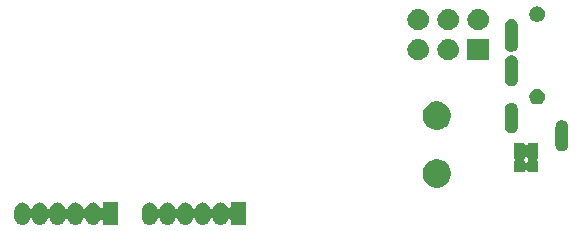
<source format=gbr>
G04 #@! TF.GenerationSoftware,KiCad,Pcbnew,(5.0.2)-1*
G04 #@! TF.CreationDate,2020-06-20T19:19:36+09:00*
G04 #@! TF.ProjectId,controller,636f6e74-726f-46c6-9c65-722e6b696361,rev?*
G04 #@! TF.SameCoordinates,Original*
G04 #@! TF.FileFunction,Soldermask,Top*
G04 #@! TF.FilePolarity,Negative*
%FSLAX46Y46*%
G04 Gerber Fmt 4.6, Leading zero omitted, Abs format (unit mm)*
G04 Created by KiCad (PCBNEW (5.0.2)-1) date 2020/06/20 19:19:36*
%MOMM*%
%LPD*%
G01*
G04 APERTURE LIST*
%ADD10C,0.100000*%
G04 APERTURE END LIST*
D10*
G36*
X58627618Y-67458420D02*
X58709427Y-67483237D01*
X58750333Y-67495645D01*
X58850491Y-67549181D01*
X58863426Y-67556095D01*
X58962553Y-67637447D01*
X59043905Y-67736574D01*
X59043906Y-67736576D01*
X59104355Y-67849667D01*
X59104382Y-67849757D01*
X59113760Y-67872396D01*
X59127374Y-67892771D01*
X59144701Y-67910098D01*
X59165075Y-67923712D01*
X59187714Y-67933089D01*
X59211748Y-67937870D01*
X59236252Y-67937870D01*
X59260285Y-67933090D01*
X59282924Y-67923712D01*
X59303299Y-67910098D01*
X59320626Y-67892771D01*
X59334240Y-67872397D01*
X59343617Y-67849758D01*
X59348398Y-67825724D01*
X59349000Y-67813472D01*
X59349000Y-67449000D01*
X60651000Y-67449000D01*
X60651000Y-69351000D01*
X59349000Y-69351000D01*
X59349000Y-68986528D01*
X59346598Y-68962142D01*
X59339485Y-68938693D01*
X59327934Y-68917082D01*
X59312388Y-68898140D01*
X59293446Y-68882594D01*
X59271835Y-68871043D01*
X59248386Y-68863930D01*
X59224000Y-68861528D01*
X59199614Y-68863930D01*
X59176165Y-68871043D01*
X59154554Y-68882594D01*
X59135612Y-68898140D01*
X59120066Y-68917082D01*
X59108515Y-68938693D01*
X59104382Y-68950243D01*
X59104355Y-68950333D01*
X59085008Y-68986528D01*
X59043905Y-69063426D01*
X58962553Y-69162553D01*
X58863425Y-69243905D01*
X58810782Y-69272043D01*
X58750332Y-69304355D01*
X58709426Y-69316763D01*
X58627617Y-69341580D01*
X58500000Y-69354149D01*
X58372382Y-69341580D01*
X58290573Y-69316763D01*
X58249667Y-69304355D01*
X58136576Y-69243906D01*
X58136574Y-69243905D01*
X58037447Y-69162553D01*
X57956095Y-69063425D01*
X57927957Y-69010782D01*
X57895645Y-68950332D01*
X57869618Y-68864531D01*
X57860240Y-68841892D01*
X57846626Y-68821517D01*
X57829299Y-68804190D01*
X57808925Y-68790576D01*
X57786286Y-68781199D01*
X57762252Y-68776418D01*
X57737748Y-68776418D01*
X57713715Y-68781198D01*
X57691076Y-68790576D01*
X57670701Y-68804190D01*
X57653374Y-68821517D01*
X57639760Y-68841891D01*
X57630384Y-68864526D01*
X57628407Y-68871043D01*
X57604355Y-68950333D01*
X57585008Y-68986528D01*
X57543905Y-69063426D01*
X57462553Y-69162553D01*
X57363425Y-69243905D01*
X57310782Y-69272043D01*
X57250332Y-69304355D01*
X57209426Y-69316763D01*
X57127617Y-69341580D01*
X57000000Y-69354149D01*
X56872382Y-69341580D01*
X56790573Y-69316763D01*
X56749667Y-69304355D01*
X56636576Y-69243906D01*
X56636574Y-69243905D01*
X56537447Y-69162553D01*
X56456095Y-69063425D01*
X56427957Y-69010782D01*
X56395645Y-68950332D01*
X56369618Y-68864531D01*
X56360240Y-68841892D01*
X56346626Y-68821517D01*
X56329299Y-68804190D01*
X56308925Y-68790576D01*
X56286286Y-68781199D01*
X56262252Y-68776418D01*
X56237748Y-68776418D01*
X56213715Y-68781198D01*
X56191076Y-68790576D01*
X56170701Y-68804190D01*
X56153374Y-68821517D01*
X56139760Y-68841891D01*
X56130384Y-68864526D01*
X56128407Y-68871043D01*
X56104355Y-68950333D01*
X56085008Y-68986528D01*
X56043905Y-69063426D01*
X55962553Y-69162553D01*
X55863425Y-69243905D01*
X55810782Y-69272043D01*
X55750332Y-69304355D01*
X55709426Y-69316763D01*
X55627617Y-69341580D01*
X55500000Y-69354149D01*
X55372382Y-69341580D01*
X55290573Y-69316763D01*
X55249667Y-69304355D01*
X55136576Y-69243906D01*
X55136574Y-69243905D01*
X55037447Y-69162553D01*
X54956095Y-69063425D01*
X54927957Y-69010782D01*
X54895645Y-68950332D01*
X54869618Y-68864531D01*
X54860240Y-68841892D01*
X54846626Y-68821517D01*
X54829299Y-68804190D01*
X54808925Y-68790576D01*
X54786286Y-68781199D01*
X54762252Y-68776418D01*
X54737748Y-68776418D01*
X54713715Y-68781198D01*
X54691076Y-68790576D01*
X54670701Y-68804190D01*
X54653374Y-68821517D01*
X54639760Y-68841891D01*
X54630384Y-68864526D01*
X54628407Y-68871043D01*
X54604355Y-68950333D01*
X54585008Y-68986528D01*
X54543905Y-69063426D01*
X54462553Y-69162553D01*
X54363425Y-69243905D01*
X54310782Y-69272043D01*
X54250332Y-69304355D01*
X54209426Y-69316763D01*
X54127617Y-69341580D01*
X54000000Y-69354149D01*
X53872382Y-69341580D01*
X53790573Y-69316763D01*
X53749667Y-69304355D01*
X53636576Y-69243906D01*
X53636574Y-69243905D01*
X53537447Y-69162553D01*
X53456095Y-69063425D01*
X53427957Y-69010782D01*
X53395645Y-68950332D01*
X53369618Y-68864531D01*
X53360240Y-68841892D01*
X53346626Y-68821517D01*
X53329299Y-68804190D01*
X53308925Y-68790576D01*
X53286286Y-68781199D01*
X53262252Y-68776418D01*
X53237748Y-68776418D01*
X53213715Y-68781198D01*
X53191076Y-68790576D01*
X53170701Y-68804190D01*
X53153374Y-68821517D01*
X53139760Y-68841891D01*
X53130384Y-68864526D01*
X53128407Y-68871043D01*
X53104355Y-68950333D01*
X53085008Y-68986528D01*
X53043905Y-69063426D01*
X52962553Y-69162553D01*
X52863425Y-69243905D01*
X52810782Y-69272043D01*
X52750332Y-69304355D01*
X52709426Y-69316763D01*
X52627617Y-69341580D01*
X52500000Y-69354149D01*
X52372382Y-69341580D01*
X52290573Y-69316763D01*
X52249667Y-69304355D01*
X52136576Y-69243906D01*
X52136574Y-69243905D01*
X52037447Y-69162553D01*
X51956095Y-69063425D01*
X51927957Y-69010782D01*
X51895645Y-68950332D01*
X51869618Y-68864531D01*
X51858420Y-68827617D01*
X51849000Y-68731972D01*
X51849000Y-68068027D01*
X51858420Y-67972382D01*
X51888750Y-67872397D01*
X51895645Y-67849667D01*
X51956095Y-67736576D01*
X51956096Y-67736574D01*
X52037448Y-67637447D01*
X52136575Y-67556095D01*
X52149510Y-67549181D01*
X52249668Y-67495645D01*
X52290574Y-67483237D01*
X52372383Y-67458420D01*
X52500000Y-67445851D01*
X52627618Y-67458420D01*
X52709427Y-67483237D01*
X52750333Y-67495645D01*
X52850491Y-67549181D01*
X52863426Y-67556095D01*
X52962553Y-67637447D01*
X53043905Y-67736574D01*
X53043906Y-67736576D01*
X53104355Y-67849667D01*
X53111250Y-67872397D01*
X53130384Y-67935474D01*
X53139760Y-67958108D01*
X53153373Y-67978483D01*
X53170700Y-67995810D01*
X53191075Y-68009424D01*
X53213714Y-68018801D01*
X53237747Y-68023582D01*
X53262252Y-68023582D01*
X53286285Y-68018802D01*
X53308924Y-68009424D01*
X53329299Y-67995811D01*
X53346626Y-67978484D01*
X53360240Y-67958109D01*
X53369616Y-67935474D01*
X53388750Y-67872397D01*
X53395645Y-67849667D01*
X53456095Y-67736576D01*
X53456096Y-67736574D01*
X53537448Y-67637447D01*
X53636575Y-67556095D01*
X53649510Y-67549181D01*
X53749668Y-67495645D01*
X53790574Y-67483237D01*
X53872383Y-67458420D01*
X54000000Y-67445851D01*
X54127618Y-67458420D01*
X54209427Y-67483237D01*
X54250333Y-67495645D01*
X54350491Y-67549181D01*
X54363426Y-67556095D01*
X54462553Y-67637447D01*
X54543905Y-67736574D01*
X54543906Y-67736576D01*
X54604355Y-67849667D01*
X54611250Y-67872397D01*
X54630384Y-67935474D01*
X54639760Y-67958108D01*
X54653373Y-67978483D01*
X54670700Y-67995810D01*
X54691075Y-68009424D01*
X54713714Y-68018801D01*
X54737747Y-68023582D01*
X54762252Y-68023582D01*
X54786285Y-68018802D01*
X54808924Y-68009424D01*
X54829299Y-67995811D01*
X54846626Y-67978484D01*
X54860240Y-67958109D01*
X54869616Y-67935474D01*
X54888750Y-67872397D01*
X54895645Y-67849667D01*
X54956095Y-67736576D01*
X54956096Y-67736574D01*
X55037448Y-67637447D01*
X55136575Y-67556095D01*
X55149510Y-67549181D01*
X55249668Y-67495645D01*
X55290574Y-67483237D01*
X55372383Y-67458420D01*
X55500000Y-67445851D01*
X55627618Y-67458420D01*
X55709427Y-67483237D01*
X55750333Y-67495645D01*
X55850491Y-67549181D01*
X55863426Y-67556095D01*
X55962553Y-67637447D01*
X56043905Y-67736574D01*
X56043906Y-67736576D01*
X56104355Y-67849667D01*
X56111250Y-67872397D01*
X56130384Y-67935474D01*
X56139760Y-67958108D01*
X56153373Y-67978483D01*
X56170700Y-67995810D01*
X56191075Y-68009424D01*
X56213714Y-68018801D01*
X56237747Y-68023582D01*
X56262252Y-68023582D01*
X56286285Y-68018802D01*
X56308924Y-68009424D01*
X56329299Y-67995811D01*
X56346626Y-67978484D01*
X56360240Y-67958109D01*
X56369616Y-67935474D01*
X56388750Y-67872397D01*
X56395645Y-67849667D01*
X56456095Y-67736576D01*
X56456096Y-67736574D01*
X56537448Y-67637447D01*
X56636575Y-67556095D01*
X56649510Y-67549181D01*
X56749668Y-67495645D01*
X56790574Y-67483237D01*
X56872383Y-67458420D01*
X57000000Y-67445851D01*
X57127618Y-67458420D01*
X57209427Y-67483237D01*
X57250333Y-67495645D01*
X57350491Y-67549181D01*
X57363426Y-67556095D01*
X57462553Y-67637447D01*
X57543905Y-67736574D01*
X57543906Y-67736576D01*
X57604355Y-67849667D01*
X57611250Y-67872397D01*
X57630384Y-67935474D01*
X57639760Y-67958108D01*
X57653373Y-67978483D01*
X57670700Y-67995810D01*
X57691075Y-68009424D01*
X57713714Y-68018801D01*
X57737747Y-68023582D01*
X57762252Y-68023582D01*
X57786285Y-68018802D01*
X57808924Y-68009424D01*
X57829299Y-67995811D01*
X57846626Y-67978484D01*
X57860240Y-67958109D01*
X57869616Y-67935474D01*
X57888750Y-67872397D01*
X57895645Y-67849667D01*
X57956095Y-67736576D01*
X57956096Y-67736574D01*
X58037448Y-67637447D01*
X58136575Y-67556095D01*
X58149510Y-67549181D01*
X58249668Y-67495645D01*
X58290574Y-67483237D01*
X58372383Y-67458420D01*
X58500000Y-67445851D01*
X58627618Y-67458420D01*
X58627618Y-67458420D01*
G37*
G36*
X69427618Y-67458420D02*
X69509427Y-67483237D01*
X69550333Y-67495645D01*
X69650491Y-67549181D01*
X69663426Y-67556095D01*
X69762553Y-67637447D01*
X69843905Y-67736574D01*
X69843906Y-67736576D01*
X69904355Y-67849667D01*
X69904382Y-67849757D01*
X69913760Y-67872396D01*
X69927374Y-67892771D01*
X69944701Y-67910098D01*
X69965075Y-67923712D01*
X69987714Y-67933089D01*
X70011748Y-67937870D01*
X70036252Y-67937870D01*
X70060285Y-67933090D01*
X70082924Y-67923712D01*
X70103299Y-67910098D01*
X70120626Y-67892771D01*
X70134240Y-67872397D01*
X70143617Y-67849758D01*
X70148398Y-67825724D01*
X70149000Y-67813472D01*
X70149000Y-67449000D01*
X71451000Y-67449000D01*
X71451000Y-69351000D01*
X70149000Y-69351000D01*
X70149000Y-68986528D01*
X70146598Y-68962142D01*
X70139485Y-68938693D01*
X70127934Y-68917082D01*
X70112388Y-68898140D01*
X70093446Y-68882594D01*
X70071835Y-68871043D01*
X70048386Y-68863930D01*
X70024000Y-68861528D01*
X69999614Y-68863930D01*
X69976165Y-68871043D01*
X69954554Y-68882594D01*
X69935612Y-68898140D01*
X69920066Y-68917082D01*
X69908515Y-68938693D01*
X69904382Y-68950243D01*
X69904355Y-68950333D01*
X69885008Y-68986528D01*
X69843905Y-69063426D01*
X69762553Y-69162553D01*
X69663425Y-69243905D01*
X69610782Y-69272043D01*
X69550332Y-69304355D01*
X69509426Y-69316763D01*
X69427617Y-69341580D01*
X69300000Y-69354149D01*
X69172382Y-69341580D01*
X69090573Y-69316763D01*
X69049667Y-69304355D01*
X68936576Y-69243906D01*
X68936574Y-69243905D01*
X68837447Y-69162553D01*
X68756095Y-69063425D01*
X68727957Y-69010782D01*
X68695645Y-68950332D01*
X68669618Y-68864531D01*
X68660240Y-68841892D01*
X68646626Y-68821517D01*
X68629299Y-68804190D01*
X68608925Y-68790576D01*
X68586286Y-68781199D01*
X68562252Y-68776418D01*
X68537748Y-68776418D01*
X68513715Y-68781198D01*
X68491076Y-68790576D01*
X68470701Y-68804190D01*
X68453374Y-68821517D01*
X68439760Y-68841891D01*
X68430384Y-68864526D01*
X68428407Y-68871043D01*
X68404355Y-68950333D01*
X68385008Y-68986528D01*
X68343905Y-69063426D01*
X68262553Y-69162553D01*
X68163425Y-69243905D01*
X68110782Y-69272043D01*
X68050332Y-69304355D01*
X68009426Y-69316763D01*
X67927617Y-69341580D01*
X67800000Y-69354149D01*
X67672382Y-69341580D01*
X67590573Y-69316763D01*
X67549667Y-69304355D01*
X67436576Y-69243906D01*
X67436574Y-69243905D01*
X67337447Y-69162553D01*
X67256095Y-69063425D01*
X67227957Y-69010782D01*
X67195645Y-68950332D01*
X67169618Y-68864531D01*
X67160240Y-68841892D01*
X67146626Y-68821517D01*
X67129299Y-68804190D01*
X67108925Y-68790576D01*
X67086286Y-68781199D01*
X67062252Y-68776418D01*
X67037748Y-68776418D01*
X67013715Y-68781198D01*
X66991076Y-68790576D01*
X66970701Y-68804190D01*
X66953374Y-68821517D01*
X66939760Y-68841891D01*
X66930384Y-68864526D01*
X66928407Y-68871043D01*
X66904355Y-68950333D01*
X66885008Y-68986528D01*
X66843905Y-69063426D01*
X66762553Y-69162553D01*
X66663425Y-69243905D01*
X66610782Y-69272043D01*
X66550332Y-69304355D01*
X66509426Y-69316763D01*
X66427617Y-69341580D01*
X66300000Y-69354149D01*
X66172382Y-69341580D01*
X66090573Y-69316763D01*
X66049667Y-69304355D01*
X65936576Y-69243906D01*
X65936574Y-69243905D01*
X65837447Y-69162553D01*
X65756095Y-69063425D01*
X65727957Y-69010782D01*
X65695645Y-68950332D01*
X65669618Y-68864531D01*
X65660240Y-68841892D01*
X65646626Y-68821517D01*
X65629299Y-68804190D01*
X65608925Y-68790576D01*
X65586286Y-68781199D01*
X65562252Y-68776418D01*
X65537748Y-68776418D01*
X65513715Y-68781198D01*
X65491076Y-68790576D01*
X65470701Y-68804190D01*
X65453374Y-68821517D01*
X65439760Y-68841891D01*
X65430384Y-68864526D01*
X65428407Y-68871043D01*
X65404355Y-68950333D01*
X65385008Y-68986528D01*
X65343905Y-69063426D01*
X65262553Y-69162553D01*
X65163425Y-69243905D01*
X65110782Y-69272043D01*
X65050332Y-69304355D01*
X65009426Y-69316763D01*
X64927617Y-69341580D01*
X64800000Y-69354149D01*
X64672382Y-69341580D01*
X64590573Y-69316763D01*
X64549667Y-69304355D01*
X64436576Y-69243906D01*
X64436574Y-69243905D01*
X64337447Y-69162553D01*
X64256095Y-69063425D01*
X64227957Y-69010782D01*
X64195645Y-68950332D01*
X64169618Y-68864531D01*
X64160240Y-68841892D01*
X64146626Y-68821517D01*
X64129299Y-68804190D01*
X64108925Y-68790576D01*
X64086286Y-68781199D01*
X64062252Y-68776418D01*
X64037748Y-68776418D01*
X64013715Y-68781198D01*
X63991076Y-68790576D01*
X63970701Y-68804190D01*
X63953374Y-68821517D01*
X63939760Y-68841891D01*
X63930384Y-68864526D01*
X63928407Y-68871043D01*
X63904355Y-68950333D01*
X63885008Y-68986528D01*
X63843905Y-69063426D01*
X63762553Y-69162553D01*
X63663425Y-69243905D01*
X63610782Y-69272043D01*
X63550332Y-69304355D01*
X63509426Y-69316763D01*
X63427617Y-69341580D01*
X63300000Y-69354149D01*
X63172382Y-69341580D01*
X63090573Y-69316763D01*
X63049667Y-69304355D01*
X62936576Y-69243906D01*
X62936574Y-69243905D01*
X62837447Y-69162553D01*
X62756095Y-69063425D01*
X62727957Y-69010782D01*
X62695645Y-68950332D01*
X62669618Y-68864531D01*
X62658420Y-68827617D01*
X62649000Y-68731972D01*
X62649000Y-68068027D01*
X62658420Y-67972382D01*
X62688750Y-67872397D01*
X62695645Y-67849667D01*
X62756095Y-67736576D01*
X62756096Y-67736574D01*
X62837448Y-67637447D01*
X62936575Y-67556095D01*
X62949510Y-67549181D01*
X63049668Y-67495645D01*
X63090574Y-67483237D01*
X63172383Y-67458420D01*
X63300000Y-67445851D01*
X63427618Y-67458420D01*
X63509427Y-67483237D01*
X63550333Y-67495645D01*
X63650491Y-67549181D01*
X63663426Y-67556095D01*
X63762553Y-67637447D01*
X63843905Y-67736574D01*
X63843906Y-67736576D01*
X63904355Y-67849667D01*
X63911250Y-67872397D01*
X63930384Y-67935474D01*
X63939760Y-67958108D01*
X63953373Y-67978483D01*
X63970700Y-67995810D01*
X63991075Y-68009424D01*
X64013714Y-68018801D01*
X64037747Y-68023582D01*
X64062252Y-68023582D01*
X64086285Y-68018802D01*
X64108924Y-68009424D01*
X64129299Y-67995811D01*
X64146626Y-67978484D01*
X64160240Y-67958109D01*
X64169616Y-67935474D01*
X64188750Y-67872397D01*
X64195645Y-67849667D01*
X64256095Y-67736576D01*
X64256096Y-67736574D01*
X64337448Y-67637447D01*
X64436575Y-67556095D01*
X64449510Y-67549181D01*
X64549668Y-67495645D01*
X64590574Y-67483237D01*
X64672383Y-67458420D01*
X64800000Y-67445851D01*
X64927618Y-67458420D01*
X65009427Y-67483237D01*
X65050333Y-67495645D01*
X65150491Y-67549181D01*
X65163426Y-67556095D01*
X65262553Y-67637447D01*
X65343905Y-67736574D01*
X65343906Y-67736576D01*
X65404355Y-67849667D01*
X65411250Y-67872397D01*
X65430384Y-67935474D01*
X65439760Y-67958108D01*
X65453373Y-67978483D01*
X65470700Y-67995810D01*
X65491075Y-68009424D01*
X65513714Y-68018801D01*
X65537747Y-68023582D01*
X65562252Y-68023582D01*
X65586285Y-68018802D01*
X65608924Y-68009424D01*
X65629299Y-67995811D01*
X65646626Y-67978484D01*
X65660240Y-67958109D01*
X65669616Y-67935474D01*
X65688750Y-67872397D01*
X65695645Y-67849667D01*
X65756095Y-67736576D01*
X65756096Y-67736574D01*
X65837448Y-67637447D01*
X65936575Y-67556095D01*
X65949510Y-67549181D01*
X66049668Y-67495645D01*
X66090574Y-67483237D01*
X66172383Y-67458420D01*
X66300000Y-67445851D01*
X66427618Y-67458420D01*
X66509427Y-67483237D01*
X66550333Y-67495645D01*
X66650491Y-67549181D01*
X66663426Y-67556095D01*
X66762553Y-67637447D01*
X66843905Y-67736574D01*
X66843906Y-67736576D01*
X66904355Y-67849667D01*
X66911250Y-67872397D01*
X66930384Y-67935474D01*
X66939760Y-67958108D01*
X66953373Y-67978483D01*
X66970700Y-67995810D01*
X66991075Y-68009424D01*
X67013714Y-68018801D01*
X67037747Y-68023582D01*
X67062252Y-68023582D01*
X67086285Y-68018802D01*
X67108924Y-68009424D01*
X67129299Y-67995811D01*
X67146626Y-67978484D01*
X67160240Y-67958109D01*
X67169616Y-67935474D01*
X67188750Y-67872397D01*
X67195645Y-67849667D01*
X67256095Y-67736576D01*
X67256096Y-67736574D01*
X67337448Y-67637447D01*
X67436575Y-67556095D01*
X67449510Y-67549181D01*
X67549668Y-67495645D01*
X67590574Y-67483237D01*
X67672383Y-67458420D01*
X67800000Y-67445851D01*
X67927618Y-67458420D01*
X68009427Y-67483237D01*
X68050333Y-67495645D01*
X68150491Y-67549181D01*
X68163426Y-67556095D01*
X68262553Y-67637447D01*
X68343905Y-67736574D01*
X68343906Y-67736576D01*
X68404355Y-67849667D01*
X68411250Y-67872397D01*
X68430384Y-67935474D01*
X68439760Y-67958108D01*
X68453373Y-67978483D01*
X68470700Y-67995810D01*
X68491075Y-68009424D01*
X68513714Y-68018801D01*
X68537747Y-68023582D01*
X68562252Y-68023582D01*
X68586285Y-68018802D01*
X68608924Y-68009424D01*
X68629299Y-67995811D01*
X68646626Y-67978484D01*
X68660240Y-67958109D01*
X68669616Y-67935474D01*
X68688750Y-67872397D01*
X68695645Y-67849667D01*
X68756095Y-67736576D01*
X68756096Y-67736574D01*
X68837448Y-67637447D01*
X68936575Y-67556095D01*
X68949510Y-67549181D01*
X69049668Y-67495645D01*
X69090574Y-67483237D01*
X69172383Y-67458420D01*
X69300000Y-67445851D01*
X69427618Y-67458420D01*
X69427618Y-67458420D01*
G37*
G36*
X87950316Y-63845153D02*
X87950318Y-63845154D01*
X87950319Y-63845154D01*
X87955816Y-63847431D01*
X88168888Y-63935688D01*
X88235787Y-63980389D01*
X88365593Y-64067122D01*
X88532878Y-64234407D01*
X88598371Y-64332424D01*
X88664312Y-64431112D01*
X88754847Y-64649684D01*
X88801000Y-64881710D01*
X88801000Y-65118290D01*
X88754847Y-65350316D01*
X88664312Y-65568888D01*
X88598371Y-65667576D01*
X88532878Y-65765593D01*
X88365593Y-65932878D01*
X88267576Y-65998371D01*
X88168888Y-66064312D01*
X88031056Y-66121403D01*
X87950319Y-66154846D01*
X87950318Y-66154846D01*
X87950316Y-66154847D01*
X87718290Y-66201000D01*
X87481710Y-66201000D01*
X87249684Y-66154847D01*
X87249682Y-66154846D01*
X87249681Y-66154846D01*
X87168944Y-66121403D01*
X87031112Y-66064312D01*
X86932424Y-65998371D01*
X86834407Y-65932878D01*
X86667122Y-65765593D01*
X86601629Y-65667576D01*
X86535688Y-65568888D01*
X86445153Y-65350316D01*
X86399000Y-65118290D01*
X86399000Y-64881710D01*
X86445153Y-64649684D01*
X86535688Y-64431112D01*
X86601629Y-64332424D01*
X86667122Y-64234407D01*
X86834407Y-64067122D01*
X86964213Y-63980389D01*
X87031112Y-63935688D01*
X87244184Y-63847431D01*
X87249681Y-63845154D01*
X87249682Y-63845154D01*
X87249684Y-63845153D01*
X87481710Y-63799000D01*
X87718290Y-63799000D01*
X87950316Y-63845153D01*
X87950316Y-63845153D01*
G37*
G36*
X95009999Y-62449737D02*
X95019611Y-62452653D01*
X95028469Y-62457388D01*
X95036237Y-62463763D01*
X95042612Y-62471531D01*
X95047347Y-62480389D01*
X95050263Y-62490001D01*
X95050602Y-62493447D01*
X95055382Y-62517480D01*
X95064760Y-62540119D01*
X95078374Y-62560494D01*
X95095701Y-62577821D01*
X95116075Y-62591435D01*
X95138714Y-62600812D01*
X95162748Y-62605593D01*
X95187252Y-62605593D01*
X95211285Y-62600813D01*
X95233924Y-62591435D01*
X95254299Y-62577821D01*
X95271626Y-62560494D01*
X95285240Y-62540120D01*
X95294617Y-62517481D01*
X95299398Y-62493447D01*
X95299737Y-62490001D01*
X95302653Y-62480389D01*
X95307388Y-62471531D01*
X95313763Y-62463763D01*
X95321531Y-62457388D01*
X95330389Y-62452653D01*
X95340001Y-62449737D01*
X95356140Y-62448148D01*
X96143860Y-62448148D01*
X96159999Y-62449737D01*
X96169611Y-62452653D01*
X96178469Y-62457388D01*
X96186237Y-62463763D01*
X96192612Y-62471531D01*
X96197347Y-62480389D01*
X96200263Y-62490001D01*
X96201852Y-62506140D01*
X96201852Y-63693860D01*
X96200263Y-63709999D01*
X96197347Y-63719611D01*
X96192612Y-63728469D01*
X96186237Y-63736237D01*
X96169505Y-63749969D01*
X96168159Y-63750870D01*
X96150846Y-63768211D01*
X96137249Y-63788597D01*
X96127890Y-63811243D01*
X96123129Y-63835281D01*
X96123149Y-63859785D01*
X96127949Y-63883815D01*
X96137345Y-63906446D01*
X96159149Y-63935819D01*
X96182319Y-63958989D01*
X96192612Y-63971531D01*
X96197347Y-63980389D01*
X96200263Y-63990001D01*
X96201852Y-64006140D01*
X96201852Y-64793860D01*
X96200263Y-64809999D01*
X96197347Y-64819611D01*
X96192612Y-64828469D01*
X96186237Y-64836237D01*
X96178469Y-64842612D01*
X96169611Y-64847347D01*
X96159999Y-64850263D01*
X96143860Y-64851852D01*
X95356140Y-64851852D01*
X95340001Y-64850263D01*
X95330389Y-64847347D01*
X95321531Y-64842612D01*
X95313763Y-64836237D01*
X95307388Y-64828469D01*
X95302653Y-64819611D01*
X95299737Y-64809999D01*
X95299398Y-64806553D01*
X95294618Y-64782520D01*
X95285240Y-64759881D01*
X95271626Y-64739506D01*
X95254299Y-64722179D01*
X95233925Y-64708565D01*
X95211286Y-64699188D01*
X95187252Y-64694407D01*
X95162748Y-64694407D01*
X95138715Y-64699187D01*
X95116076Y-64708565D01*
X95095701Y-64722179D01*
X95078374Y-64739506D01*
X95064760Y-64759880D01*
X95055383Y-64782519D01*
X95050602Y-64806553D01*
X95050263Y-64809999D01*
X95047347Y-64819611D01*
X95042612Y-64828469D01*
X95036237Y-64836237D01*
X95028469Y-64842612D01*
X95019611Y-64847347D01*
X95009999Y-64850263D01*
X94993860Y-64851852D01*
X94206140Y-64851852D01*
X94190001Y-64850263D01*
X94180389Y-64847347D01*
X94171531Y-64842612D01*
X94163763Y-64836237D01*
X94157388Y-64828469D01*
X94152653Y-64819611D01*
X94149737Y-64809999D01*
X94148148Y-64793860D01*
X94148148Y-64006140D01*
X94149737Y-63990001D01*
X94152653Y-63980389D01*
X94157388Y-63971531D01*
X94167681Y-63958989D01*
X94190851Y-63935819D01*
X94206397Y-63916877D01*
X94217948Y-63895266D01*
X94225061Y-63871817D01*
X94227463Y-63847431D01*
X94226267Y-63835281D01*
X94973129Y-63835281D01*
X94973149Y-63859785D01*
X94977949Y-63883815D01*
X94987345Y-63906446D01*
X95009149Y-63935819D01*
X95032319Y-63958989D01*
X95042612Y-63971531D01*
X95047347Y-63980389D01*
X95050263Y-63990001D01*
X95050602Y-63993447D01*
X95055382Y-64017480D01*
X95064760Y-64040119D01*
X95078374Y-64060494D01*
X95095701Y-64077821D01*
X95116075Y-64091435D01*
X95138714Y-64100812D01*
X95162748Y-64105593D01*
X95187252Y-64105593D01*
X95211285Y-64100813D01*
X95233924Y-64091435D01*
X95254299Y-64077821D01*
X95271626Y-64060494D01*
X95285240Y-64040120D01*
X95294617Y-64017481D01*
X95299398Y-63993447D01*
X95299737Y-63990001D01*
X95302653Y-63980389D01*
X95307388Y-63971531D01*
X95317681Y-63958989D01*
X95340851Y-63935819D01*
X95356397Y-63916877D01*
X95367948Y-63895266D01*
X95375061Y-63871817D01*
X95377463Y-63847431D01*
X95375061Y-63823045D01*
X95367948Y-63799596D01*
X95356397Y-63777985D01*
X95340851Y-63759043D01*
X95330362Y-63751257D01*
X95331047Y-63750422D01*
X95313763Y-63736237D01*
X95307388Y-63728469D01*
X95302653Y-63719611D01*
X95299737Y-63709999D01*
X95299398Y-63706553D01*
X95294618Y-63682520D01*
X95285240Y-63659881D01*
X95271626Y-63639506D01*
X95254299Y-63622179D01*
X95233925Y-63608565D01*
X95211286Y-63599188D01*
X95187252Y-63594407D01*
X95162748Y-63594407D01*
X95138715Y-63599187D01*
X95116076Y-63608565D01*
X95095701Y-63622179D01*
X95078374Y-63639506D01*
X95064760Y-63659880D01*
X95055383Y-63682519D01*
X95050602Y-63706553D01*
X95050263Y-63709999D01*
X95047347Y-63719611D01*
X95042612Y-63728469D01*
X95036237Y-63736237D01*
X95019505Y-63749969D01*
X95018159Y-63750870D01*
X95000846Y-63768211D01*
X94987249Y-63788597D01*
X94977890Y-63811243D01*
X94973129Y-63835281D01*
X94226267Y-63835281D01*
X94225061Y-63823045D01*
X94217948Y-63799596D01*
X94206397Y-63777985D01*
X94190851Y-63759043D01*
X94180362Y-63751257D01*
X94181047Y-63750422D01*
X94163763Y-63736237D01*
X94157388Y-63728469D01*
X94152653Y-63719611D01*
X94149737Y-63709999D01*
X94148148Y-63693860D01*
X94148148Y-62506140D01*
X94149737Y-62490001D01*
X94152653Y-62480389D01*
X94157388Y-62471531D01*
X94163763Y-62463763D01*
X94171531Y-62457388D01*
X94180389Y-62452653D01*
X94190001Y-62449737D01*
X94206140Y-62448148D01*
X94993860Y-62448148D01*
X95009999Y-62449737D01*
X95009999Y-62449737D01*
G37*
G36*
X98308015Y-60506973D02*
X98411879Y-60538479D01*
X98507600Y-60589644D01*
X98591501Y-60658499D01*
X98660356Y-60742400D01*
X98711521Y-60838121D01*
X98743027Y-60941985D01*
X98751000Y-61022933D01*
X98751000Y-62577067D01*
X98743027Y-62658015D01*
X98711521Y-62761879D01*
X98660356Y-62857600D01*
X98591501Y-62941501D01*
X98507600Y-63010356D01*
X98411878Y-63061521D01*
X98308014Y-63093027D01*
X98200000Y-63103666D01*
X98091985Y-63093027D01*
X97988121Y-63061521D01*
X97892400Y-63010356D01*
X97808499Y-62941501D01*
X97739644Y-62857600D01*
X97688479Y-62761878D01*
X97656973Y-62658014D01*
X97649000Y-62577066D01*
X97649001Y-61022933D01*
X97656974Y-60941985D01*
X97688480Y-60838121D01*
X97739645Y-60742400D01*
X97808500Y-60658499D01*
X97892401Y-60589644D01*
X97988122Y-60538479D01*
X98091986Y-60506973D01*
X98200000Y-60496334D01*
X98308015Y-60506973D01*
X98308015Y-60506973D01*
G37*
G36*
X94008015Y-59006973D02*
X94111879Y-59038479D01*
X94207600Y-59089644D01*
X94291501Y-59158499D01*
X94360356Y-59242400D01*
X94411521Y-59338121D01*
X94443027Y-59441985D01*
X94451000Y-59522933D01*
X94451000Y-61077067D01*
X94443027Y-61158015D01*
X94411521Y-61261879D01*
X94360356Y-61357600D01*
X94291501Y-61441501D01*
X94207600Y-61510356D01*
X94111878Y-61561521D01*
X94008014Y-61593027D01*
X93900000Y-61603666D01*
X93791985Y-61593027D01*
X93688121Y-61561521D01*
X93592400Y-61510356D01*
X93508499Y-61441501D01*
X93439644Y-61357600D01*
X93388479Y-61261878D01*
X93356973Y-61158014D01*
X93349000Y-61077066D01*
X93349001Y-59522933D01*
X93356974Y-59441985D01*
X93388480Y-59338121D01*
X93439645Y-59242400D01*
X93508500Y-59158499D01*
X93592401Y-59089644D01*
X93688122Y-59038479D01*
X93791986Y-59006973D01*
X93900000Y-58996334D01*
X94008015Y-59006973D01*
X94008015Y-59006973D01*
G37*
G36*
X87950316Y-58945153D02*
X87950318Y-58945154D01*
X87950319Y-58945154D01*
X88031056Y-58978597D01*
X88168888Y-59035688D01*
X88249640Y-59089645D01*
X88365593Y-59167122D01*
X88532878Y-59334407D01*
X88598371Y-59432424D01*
X88664312Y-59531112D01*
X88664312Y-59531113D01*
X88754846Y-59749681D01*
X88801000Y-59981712D01*
X88801000Y-60218288D01*
X88754846Y-60450319D01*
X88731379Y-60506973D01*
X88664312Y-60668888D01*
X88598371Y-60767576D01*
X88532878Y-60865593D01*
X88365593Y-61032878D01*
X88299459Y-61077067D01*
X88168888Y-61164312D01*
X88031056Y-61221403D01*
X87950319Y-61254846D01*
X87950318Y-61254846D01*
X87950316Y-61254847D01*
X87718290Y-61301000D01*
X87481710Y-61301000D01*
X87249684Y-61254847D01*
X87249682Y-61254846D01*
X87249681Y-61254846D01*
X87168944Y-61221403D01*
X87031112Y-61164312D01*
X86900541Y-61077067D01*
X86834407Y-61032878D01*
X86667122Y-60865593D01*
X86601629Y-60767576D01*
X86535688Y-60668888D01*
X86468621Y-60506973D01*
X86445154Y-60450319D01*
X86399000Y-60218288D01*
X86399000Y-59981712D01*
X86445154Y-59749681D01*
X86535688Y-59531113D01*
X86535688Y-59531112D01*
X86601629Y-59432424D01*
X86667122Y-59334407D01*
X86834407Y-59167122D01*
X86950360Y-59089645D01*
X87031112Y-59035688D01*
X87168944Y-58978597D01*
X87249681Y-58945154D01*
X87249682Y-58945154D01*
X87249684Y-58945153D01*
X87481710Y-58899000D01*
X87718290Y-58899000D01*
X87950316Y-58945153D01*
X87950316Y-58945153D01*
G37*
G36*
X96289890Y-57874017D02*
X96408361Y-57923089D01*
X96514992Y-57994338D01*
X96605662Y-58085008D01*
X96676911Y-58191639D01*
X96725983Y-58310110D01*
X96751000Y-58435881D01*
X96751000Y-58564119D01*
X96725983Y-58689890D01*
X96676911Y-58808361D01*
X96605662Y-58914992D01*
X96514992Y-59005662D01*
X96408361Y-59076911D01*
X96289890Y-59125983D01*
X96164119Y-59151000D01*
X96035881Y-59151000D01*
X95910110Y-59125983D01*
X95791639Y-59076911D01*
X95685008Y-59005662D01*
X95594338Y-58914992D01*
X95523089Y-58808361D01*
X95474017Y-58689890D01*
X95449000Y-58564119D01*
X95449000Y-58435881D01*
X95474017Y-58310110D01*
X95523089Y-58191639D01*
X95594338Y-58085008D01*
X95685008Y-57994338D01*
X95791639Y-57923089D01*
X95910110Y-57874017D01*
X96035881Y-57849000D01*
X96164119Y-57849000D01*
X96289890Y-57874017D01*
X96289890Y-57874017D01*
G37*
G36*
X94008015Y-55006973D02*
X94111879Y-55038479D01*
X94207600Y-55089644D01*
X94291501Y-55158499D01*
X94360356Y-55242400D01*
X94411521Y-55338121D01*
X94443027Y-55441985D01*
X94451000Y-55522933D01*
X94451000Y-57077067D01*
X94443027Y-57158015D01*
X94411521Y-57261879D01*
X94360356Y-57357600D01*
X94291501Y-57441501D01*
X94207600Y-57510356D01*
X94111878Y-57561521D01*
X94008014Y-57593027D01*
X93900000Y-57603666D01*
X93791985Y-57593027D01*
X93688121Y-57561521D01*
X93592400Y-57510356D01*
X93508499Y-57441501D01*
X93439644Y-57357600D01*
X93388479Y-57261878D01*
X93356973Y-57158014D01*
X93349000Y-57077066D01*
X93349001Y-55522933D01*
X93356974Y-55441985D01*
X93388480Y-55338121D01*
X93439645Y-55242400D01*
X93508500Y-55158499D01*
X93592401Y-55089644D01*
X93688122Y-55038479D01*
X93791986Y-55006973D01*
X93900000Y-54996334D01*
X94008015Y-55006973D01*
X94008015Y-55006973D01*
G37*
G36*
X86130443Y-53605519D02*
X86196627Y-53612037D01*
X86309853Y-53646384D01*
X86366467Y-53663557D01*
X86505087Y-53737652D01*
X86522991Y-53747222D01*
X86558729Y-53776552D01*
X86660186Y-53859814D01*
X86743448Y-53961271D01*
X86772778Y-53997009D01*
X86772779Y-53997011D01*
X86856443Y-54153533D01*
X86863582Y-54177067D01*
X86907963Y-54323373D01*
X86925359Y-54500000D01*
X86907963Y-54676627D01*
X86873616Y-54789853D01*
X86856443Y-54846467D01*
X86782348Y-54985087D01*
X86772778Y-55002991D01*
X86743654Y-55038479D01*
X86660186Y-55140186D01*
X86558729Y-55223448D01*
X86522991Y-55252778D01*
X86522989Y-55252779D01*
X86366467Y-55336443D01*
X86309853Y-55353616D01*
X86196627Y-55387963D01*
X86130443Y-55394481D01*
X86064260Y-55401000D01*
X85975740Y-55401000D01*
X85909557Y-55394481D01*
X85843373Y-55387963D01*
X85730147Y-55353616D01*
X85673533Y-55336443D01*
X85517011Y-55252779D01*
X85517009Y-55252778D01*
X85481271Y-55223448D01*
X85379814Y-55140186D01*
X85296346Y-55038479D01*
X85267222Y-55002991D01*
X85257652Y-54985087D01*
X85183557Y-54846467D01*
X85166384Y-54789853D01*
X85132037Y-54676627D01*
X85114641Y-54500000D01*
X85132037Y-54323373D01*
X85176418Y-54177067D01*
X85183557Y-54153533D01*
X85267221Y-53997011D01*
X85267222Y-53997009D01*
X85296552Y-53961271D01*
X85379814Y-53859814D01*
X85481271Y-53776552D01*
X85517009Y-53747222D01*
X85534913Y-53737652D01*
X85673533Y-53663557D01*
X85730147Y-53646384D01*
X85843373Y-53612037D01*
X85909557Y-53605519D01*
X85975740Y-53599000D01*
X86064260Y-53599000D01*
X86130443Y-53605519D01*
X86130443Y-53605519D01*
G37*
G36*
X88670443Y-53605519D02*
X88736627Y-53612037D01*
X88849853Y-53646384D01*
X88906467Y-53663557D01*
X89045087Y-53737652D01*
X89062991Y-53747222D01*
X89098729Y-53776552D01*
X89200186Y-53859814D01*
X89283448Y-53961271D01*
X89312778Y-53997009D01*
X89312779Y-53997011D01*
X89396443Y-54153533D01*
X89403582Y-54177067D01*
X89447963Y-54323373D01*
X89465359Y-54500000D01*
X89447963Y-54676627D01*
X89413616Y-54789853D01*
X89396443Y-54846467D01*
X89322348Y-54985087D01*
X89312778Y-55002991D01*
X89283654Y-55038479D01*
X89200186Y-55140186D01*
X89098729Y-55223448D01*
X89062991Y-55252778D01*
X89062989Y-55252779D01*
X88906467Y-55336443D01*
X88849853Y-55353616D01*
X88736627Y-55387963D01*
X88670443Y-55394481D01*
X88604260Y-55401000D01*
X88515740Y-55401000D01*
X88449557Y-55394481D01*
X88383373Y-55387963D01*
X88270147Y-55353616D01*
X88213533Y-55336443D01*
X88057011Y-55252779D01*
X88057009Y-55252778D01*
X88021271Y-55223448D01*
X87919814Y-55140186D01*
X87836346Y-55038479D01*
X87807222Y-55002991D01*
X87797652Y-54985087D01*
X87723557Y-54846467D01*
X87706384Y-54789853D01*
X87672037Y-54676627D01*
X87654641Y-54500000D01*
X87672037Y-54323373D01*
X87716418Y-54177067D01*
X87723557Y-54153533D01*
X87807221Y-53997011D01*
X87807222Y-53997009D01*
X87836552Y-53961271D01*
X87919814Y-53859814D01*
X88021271Y-53776552D01*
X88057009Y-53747222D01*
X88074913Y-53737652D01*
X88213533Y-53663557D01*
X88270147Y-53646384D01*
X88383373Y-53612037D01*
X88449557Y-53605519D01*
X88515740Y-53599000D01*
X88604260Y-53599000D01*
X88670443Y-53605519D01*
X88670443Y-53605519D01*
G37*
G36*
X92001000Y-55401000D02*
X90199000Y-55401000D01*
X90199000Y-53599000D01*
X92001000Y-53599000D01*
X92001000Y-55401000D01*
X92001000Y-55401000D01*
G37*
G36*
X94008015Y-51906973D02*
X94111879Y-51938479D01*
X94207600Y-51989644D01*
X94291501Y-52058499D01*
X94360356Y-52142400D01*
X94411521Y-52238121D01*
X94443027Y-52341985D01*
X94451000Y-52422933D01*
X94451000Y-54177067D01*
X94443027Y-54258015D01*
X94411521Y-54361879D01*
X94360356Y-54457600D01*
X94291501Y-54541501D01*
X94207600Y-54610356D01*
X94111878Y-54661521D01*
X94008014Y-54693027D01*
X93900000Y-54703666D01*
X93791985Y-54693027D01*
X93688121Y-54661521D01*
X93592400Y-54610356D01*
X93508499Y-54541501D01*
X93439644Y-54457600D01*
X93388479Y-54361878D01*
X93356973Y-54258014D01*
X93349000Y-54177066D01*
X93349001Y-52422933D01*
X93356974Y-52341985D01*
X93388480Y-52238121D01*
X93439645Y-52142400D01*
X93508500Y-52058499D01*
X93592401Y-51989644D01*
X93688122Y-51938479D01*
X93791986Y-51906973D01*
X93900000Y-51896334D01*
X94008015Y-51906973D01*
X94008015Y-51906973D01*
G37*
G36*
X91210442Y-51065518D02*
X91276627Y-51072037D01*
X91389853Y-51106384D01*
X91446467Y-51123557D01*
X91585087Y-51197652D01*
X91602991Y-51207222D01*
X91638729Y-51236552D01*
X91740186Y-51319814D01*
X91823448Y-51421271D01*
X91852778Y-51457009D01*
X91852779Y-51457011D01*
X91936443Y-51613533D01*
X91936443Y-51613534D01*
X91987963Y-51783373D01*
X92005359Y-51960000D01*
X91987963Y-52136627D01*
X91957175Y-52238121D01*
X91936443Y-52306467D01*
X91874190Y-52422933D01*
X91852778Y-52462991D01*
X91823448Y-52498729D01*
X91740186Y-52600186D01*
X91638729Y-52683448D01*
X91602991Y-52712778D01*
X91602989Y-52712779D01*
X91446467Y-52796443D01*
X91389853Y-52813616D01*
X91276627Y-52847963D01*
X91210442Y-52854482D01*
X91144260Y-52861000D01*
X91055740Y-52861000D01*
X90989558Y-52854482D01*
X90923373Y-52847963D01*
X90810147Y-52813616D01*
X90753533Y-52796443D01*
X90597011Y-52712779D01*
X90597009Y-52712778D01*
X90561271Y-52683448D01*
X90459814Y-52600186D01*
X90376552Y-52498729D01*
X90347222Y-52462991D01*
X90325810Y-52422933D01*
X90263557Y-52306467D01*
X90242825Y-52238121D01*
X90212037Y-52136627D01*
X90194641Y-51960000D01*
X90212037Y-51783373D01*
X90263557Y-51613534D01*
X90263557Y-51613533D01*
X90347221Y-51457011D01*
X90347222Y-51457009D01*
X90376552Y-51421271D01*
X90459814Y-51319814D01*
X90561271Y-51236552D01*
X90597009Y-51207222D01*
X90614913Y-51197652D01*
X90753533Y-51123557D01*
X90810147Y-51106384D01*
X90923373Y-51072037D01*
X90989557Y-51065519D01*
X91055740Y-51059000D01*
X91144260Y-51059000D01*
X91210442Y-51065518D01*
X91210442Y-51065518D01*
G37*
G36*
X88670442Y-51065518D02*
X88736627Y-51072037D01*
X88849853Y-51106384D01*
X88906467Y-51123557D01*
X89045087Y-51197652D01*
X89062991Y-51207222D01*
X89098729Y-51236552D01*
X89200186Y-51319814D01*
X89283448Y-51421271D01*
X89312778Y-51457009D01*
X89312779Y-51457011D01*
X89396443Y-51613533D01*
X89396443Y-51613534D01*
X89447963Y-51783373D01*
X89465359Y-51960000D01*
X89447963Y-52136627D01*
X89417175Y-52238121D01*
X89396443Y-52306467D01*
X89334190Y-52422933D01*
X89312778Y-52462991D01*
X89283448Y-52498729D01*
X89200186Y-52600186D01*
X89098729Y-52683448D01*
X89062991Y-52712778D01*
X89062989Y-52712779D01*
X88906467Y-52796443D01*
X88849853Y-52813616D01*
X88736627Y-52847963D01*
X88670442Y-52854482D01*
X88604260Y-52861000D01*
X88515740Y-52861000D01*
X88449558Y-52854482D01*
X88383373Y-52847963D01*
X88270147Y-52813616D01*
X88213533Y-52796443D01*
X88057011Y-52712779D01*
X88057009Y-52712778D01*
X88021271Y-52683448D01*
X87919814Y-52600186D01*
X87836552Y-52498729D01*
X87807222Y-52462991D01*
X87785810Y-52422933D01*
X87723557Y-52306467D01*
X87702825Y-52238121D01*
X87672037Y-52136627D01*
X87654641Y-51960000D01*
X87672037Y-51783373D01*
X87723557Y-51613534D01*
X87723557Y-51613533D01*
X87807221Y-51457011D01*
X87807222Y-51457009D01*
X87836552Y-51421271D01*
X87919814Y-51319814D01*
X88021271Y-51236552D01*
X88057009Y-51207222D01*
X88074913Y-51197652D01*
X88213533Y-51123557D01*
X88270147Y-51106384D01*
X88383373Y-51072037D01*
X88449557Y-51065519D01*
X88515740Y-51059000D01*
X88604260Y-51059000D01*
X88670442Y-51065518D01*
X88670442Y-51065518D01*
G37*
G36*
X86130442Y-51065518D02*
X86196627Y-51072037D01*
X86309853Y-51106384D01*
X86366467Y-51123557D01*
X86505087Y-51197652D01*
X86522991Y-51207222D01*
X86558729Y-51236552D01*
X86660186Y-51319814D01*
X86743448Y-51421271D01*
X86772778Y-51457009D01*
X86772779Y-51457011D01*
X86856443Y-51613533D01*
X86856443Y-51613534D01*
X86907963Y-51783373D01*
X86925359Y-51960000D01*
X86907963Y-52136627D01*
X86877175Y-52238121D01*
X86856443Y-52306467D01*
X86794190Y-52422933D01*
X86772778Y-52462991D01*
X86743448Y-52498729D01*
X86660186Y-52600186D01*
X86558729Y-52683448D01*
X86522991Y-52712778D01*
X86522989Y-52712779D01*
X86366467Y-52796443D01*
X86309853Y-52813616D01*
X86196627Y-52847963D01*
X86130442Y-52854482D01*
X86064260Y-52861000D01*
X85975740Y-52861000D01*
X85909558Y-52854482D01*
X85843373Y-52847963D01*
X85730147Y-52813616D01*
X85673533Y-52796443D01*
X85517011Y-52712779D01*
X85517009Y-52712778D01*
X85481271Y-52683448D01*
X85379814Y-52600186D01*
X85296552Y-52498729D01*
X85267222Y-52462991D01*
X85245810Y-52422933D01*
X85183557Y-52306467D01*
X85162825Y-52238121D01*
X85132037Y-52136627D01*
X85114641Y-51960000D01*
X85132037Y-51783373D01*
X85183557Y-51613534D01*
X85183557Y-51613533D01*
X85267221Y-51457011D01*
X85267222Y-51457009D01*
X85296552Y-51421271D01*
X85379814Y-51319814D01*
X85481271Y-51236552D01*
X85517009Y-51207222D01*
X85534913Y-51197652D01*
X85673533Y-51123557D01*
X85730147Y-51106384D01*
X85843373Y-51072037D01*
X85909557Y-51065519D01*
X85975740Y-51059000D01*
X86064260Y-51059000D01*
X86130442Y-51065518D01*
X86130442Y-51065518D01*
G37*
G36*
X96289890Y-50874017D02*
X96408361Y-50923089D01*
X96514992Y-50994338D01*
X96605662Y-51085008D01*
X96676911Y-51191639D01*
X96725983Y-51310110D01*
X96751000Y-51435881D01*
X96751000Y-51564119D01*
X96725983Y-51689890D01*
X96676911Y-51808361D01*
X96676909Y-51808364D01*
X96618129Y-51896335D01*
X96605662Y-51914992D01*
X96514992Y-52005662D01*
X96408361Y-52076911D01*
X96289890Y-52125983D01*
X96164119Y-52151000D01*
X96035881Y-52151000D01*
X95910110Y-52125983D01*
X95791639Y-52076911D01*
X95685008Y-52005662D01*
X95594338Y-51914992D01*
X95581872Y-51896335D01*
X95523091Y-51808364D01*
X95523089Y-51808361D01*
X95474017Y-51689890D01*
X95449000Y-51564119D01*
X95449000Y-51435881D01*
X95474017Y-51310110D01*
X95523089Y-51191639D01*
X95594338Y-51085008D01*
X95685008Y-50994338D01*
X95791639Y-50923089D01*
X95910110Y-50874017D01*
X96035881Y-50849000D01*
X96164119Y-50849000D01*
X96289890Y-50874017D01*
X96289890Y-50874017D01*
G37*
M02*

</source>
